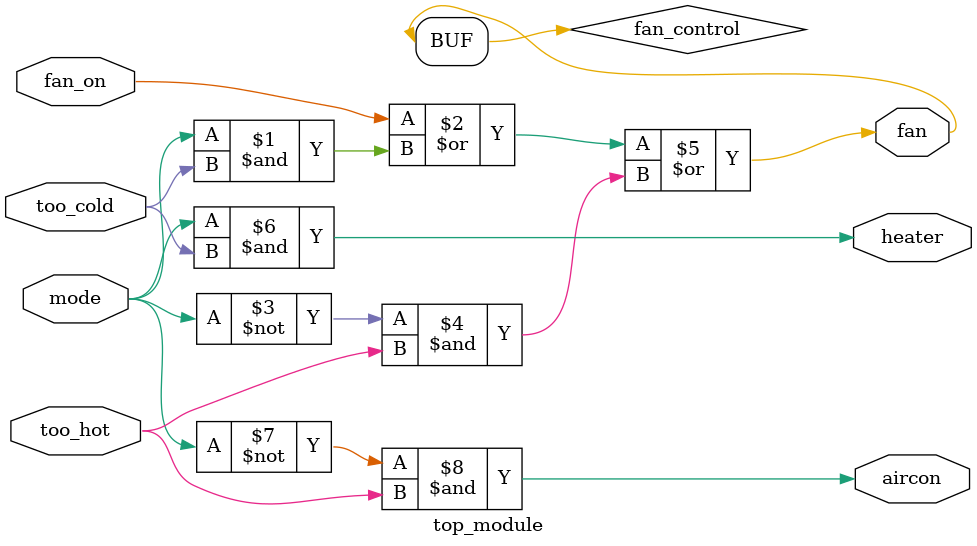
<source format=sv>
module top_module(
	input mode,
	input too_cold, 
	input too_hot,
	input fan_on,
	output heater,
	output aircon,
	output fan
);

// Internal signal to determine if fan should be on
wire fan_control;

// Determine if fan should be on based on fan_on input or if heater or aircon are on
assign fan_control = fan_on | (mode & too_cold) | (~mode & too_hot);

// Determine if heater should be on based on mode and too_cold input
assign heater = mode & too_cold;

// Determine if aircon should be on based on mode and too_hot input
assign aircon = ~mode & too_hot;

// Assign fan output based on fan_control signal
assign fan = fan_control;

endmodule

</source>
